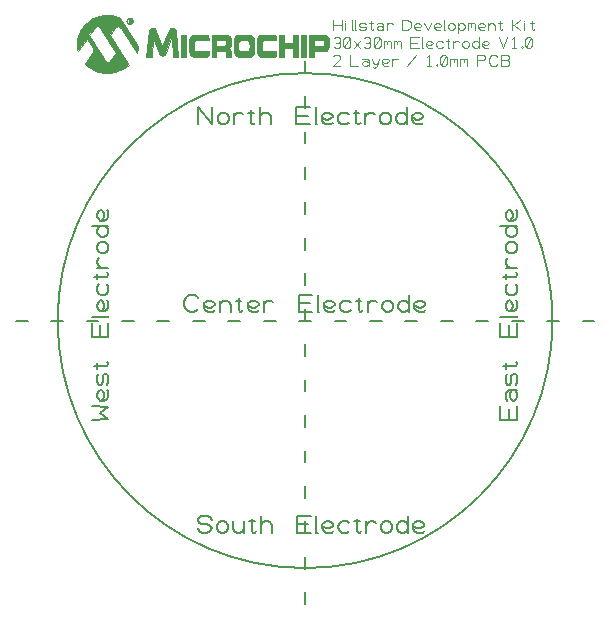
<source format=gbr>
G04 GENERATED BY PULSONIX 7.0 GERBER.DLL 4573*
%INHILLSTAR_30X30_EL_V1_0*%
%LNGERBER_SILKSCREEN_TOP*%
%FSLAX33Y33*%
%IPPOS*%
%LPD*%
%OFA0B0*%
%MOMM*%
%ADD15C,0.125*%
%ADD17C,0.200*%
%ADD1845C,0.010*%
X0Y0D02*
D02*
D15*
X132191Y150558D02*
X132191Y151440D01*
Y150999D02*
X132926Y150999D01*
Y150558D02*
X132926Y151440D01*
X133203Y150558D02*
X133203Y151146D01*
Y151366D02*
X133204Y151367D01*
X133814Y150558D02*
X133741Y150558D01*
Y151440*
X134127Y150558D02*
X134053Y150558D01*
Y151440*
X134366Y150631D02*
X134513Y150558D01*
X134807*
X134954Y150631*
Y150778*
X134807Y150852*
X134513*
X134366Y150925*
Y151072*
X134513Y151146*
X134807*
X134954Y151072*
X135216Y151146D02*
X135510Y151146D01*
X135363Y151293D02*
X135363Y150631D01*
X135436Y150558*
X135510*
X135583Y150631*
X135841Y151072D02*
X135988Y151146D01*
X136208*
X136355Y151072*
X136429Y150925*
Y150705*
X136355Y150631*
X136208Y150558*
X136061*
X135914Y150631*
X135841Y150705*
Y150778*
X135914Y150852*
X136061Y150925*
X136208*
X136355Y150852*
X136429Y150778*
Y150705D02*
X136429Y150558D01*
X136691D02*
X136691Y151146D01*
Y150925D02*
X136764Y151072D01*
X136911Y151146*
X137058*
X137205Y151072*
X138003Y150558D02*
X138003Y151440D01*
X138444*
X138591Y151366*
X138665Y151293*
X138738Y151146*
Y150852*
X138665Y150705*
X138591Y150631*
X138444Y150558*
X138003*
X139604Y150631D02*
X139530Y150558D01*
X139383*
X139236*
X139089Y150631*
X139016Y150778*
Y150999*
X139089Y151072*
X139236Y151146*
X139383*
X139530Y151072*
X139604Y150999*
Y150925*
X139530Y150852*
X139383Y150778*
X139236*
X139089Y150852*
X139016Y150925*
X139866Y151146D02*
X140160Y150558D01*
X140454Y151146*
X141304Y150631D02*
X141230Y150558D01*
X141083*
X140936*
X140789Y150631*
X140716Y150778*
Y150999*
X140789Y151072*
X140936Y151146*
X141083*
X141230Y151072*
X141304Y150999*
Y150925*
X141230Y150852*
X141083Y150778*
X140936*
X140789Y150852*
X140716Y150925*
X141639Y150558D02*
X141566Y150558D01*
Y151440*
X141878Y150778D02*
X141952Y150631D01*
X142099Y150558*
X142246*
X142393Y150631*
X142466Y150778*
Y150925*
X142393Y151072*
X142246Y151146*
X142099*
X141952Y151072*
X141878Y150925*
Y150778*
X142728Y151146D02*
X142728Y150337D01*
Y150778D02*
X142802Y150631D01*
X142949Y150558*
X143096*
X143243Y150631*
X143316Y150778*
Y150925*
X143243Y151072*
X143096Y151146*
X142949*
X142802Y151072*
X142728Y150925*
Y150778*
X143578Y150558D02*
X143578Y151146D01*
Y151072D02*
X143652Y151146D01*
X143799*
X143872Y151072*
Y150852*
Y151072D02*
X143946Y151146D01*
X144093*
X144166Y151072*
Y150558*
X145016Y150631D02*
X144943Y150558D01*
X144796*
X144649*
X144502Y150631*
X144428Y150778*
Y150999*
X144502Y151072*
X144649Y151146*
X144796*
X144943Y151072*
X145016Y150999*
Y150925*
X144943Y150852*
X144796Y150778*
X144649*
X144502Y150852*
X144428Y150925*
X145278Y150558D02*
X145278Y151146D01*
Y150925D02*
X145352Y151072D01*
X145499Y151146*
X145646*
X145793Y151072*
X145866Y150925*
Y150558*
X146128Y151146D02*
X146422Y151146D01*
X146275Y151293D02*
X146275Y150631D01*
X146349Y150558*
X146422*
X146496Y150631*
X147291Y150558D02*
X147291Y151440D01*
Y150999D02*
X147511Y150999D01*
X148026Y151440*
X147511Y150999D02*
X148026Y150558D01*
X148303D02*
X148303Y151146D01*
Y151366D02*
X148304Y151367D01*
X148841Y151146D02*
X149135Y151146D01*
X148988Y151293D02*
X148988Y150631D01*
X149061Y150558*
X149135*
X149208Y150631*
X132264Y149131D02*
X132411Y149058D01*
X132558*
X132705Y149131*
X132779Y149278*
X132705Y149425*
X132558Y149499*
X132411*
X132558D02*
X132705Y149572D01*
X132779Y149719*
X132705Y149866*
X132558Y149940*
X132411*
X132264Y149866*
X133114Y149131D02*
X133261Y149058D01*
X133408*
X133555Y149131*
X133629Y149278*
Y149719*
X133555Y149866*
X133408Y149940*
X133261*
X133114Y149866*
X133041Y149719*
Y149278*
X133114Y149131*
X133555Y149866*
X133891Y149058D02*
X134479Y149646D01*
Y149058D02*
X133891Y149646D01*
X134814Y149131D02*
X134961Y149058D01*
X135108*
X135255Y149131*
X135329Y149278*
X135255Y149425*
X135108Y149499*
X134961*
X135108D02*
X135255Y149572D01*
X135329Y149719*
X135255Y149866*
X135108Y149940*
X134961*
X134814Y149866*
X135664Y149131D02*
X135811Y149058D01*
X135958*
X136105Y149131*
X136179Y149278*
Y149719*
X136105Y149866*
X135958Y149940*
X135811*
X135664Y149866*
X135591Y149719*
Y149278*
X135664Y149131*
X136105Y149866*
X136441Y149058D02*
X136441Y149646D01*
Y149572D02*
X136514Y149646D01*
X136661*
X136735Y149572*
Y149352*
Y149572D02*
X136808Y149646D01*
X136955*
X137029Y149572*
Y149058*
X137291D02*
X137291Y149646D01*
Y149572D02*
X137364Y149646D01*
X137511*
X137585Y149572*
Y149352*
Y149572D02*
X137658Y149646D01*
X137805*
X137879Y149572*
Y149058*
X138678D02*
X138678Y149940D01*
X139413*
X139266Y149499D02*
X138678Y149499D01*
Y149058D02*
X139413Y149058D01*
X139764D02*
X139691Y149058D01*
Y149940*
X140591Y149131D02*
X140518Y149058D01*
X140371*
X140224*
X140077Y149131*
X140003Y149278*
Y149499*
X140077Y149572*
X140224Y149646*
X140371*
X140518Y149572*
X140591Y149499*
Y149425*
X140518Y149352*
X140371Y149278*
X140224*
X140077Y149352*
X140003Y149425*
X141441Y149572D02*
X141294Y149646D01*
X141074*
X140927Y149572*
X140853Y149425*
Y149278*
X140927Y149131*
X141074Y149058*
X141294*
X141441Y149131*
X141703Y149646D02*
X141997Y149646D01*
X141850Y149793D02*
X141850Y149131D01*
X141924Y149058*
X141997*
X142071Y149131*
X142328Y149058D02*
X142328Y149646D01*
Y149425D02*
X142402Y149572D01*
X142549Y149646*
X142696*
X142843Y149572*
X143103Y149278D02*
X143177Y149131D01*
X143324Y149058*
X143471*
X143618Y149131*
X143691Y149278*
Y149425*
X143618Y149572*
X143471Y149646*
X143324*
X143177Y149572*
X143103Y149425*
Y149278*
X144541Y149425D02*
X144468Y149572D01*
X144321Y149646*
X144174*
X144027Y149572*
X143953Y149425*
Y149278*
X144027Y149131*
X144174Y149058*
X144321*
X144468Y149131*
X144541Y149278*
Y149058D02*
X144541Y149940D01*
X145391Y149131D02*
X145318Y149058D01*
X145171*
X145024*
X144877Y149131*
X144803Y149278*
Y149499*
X144877Y149572*
X145024Y149646*
X145171*
X145318Y149572*
X145391Y149499*
Y149425*
X145318Y149352*
X145171Y149278*
X145024*
X144877Y149352*
X144803Y149425*
X146191Y149940D02*
X146558Y149058D01*
X146926Y149940*
X147350Y149058D02*
X147644Y149058D01*
X147497D02*
X147497Y149940D01*
X147350Y149793*
X148127Y149058D02*
X148200Y149131D01*
X148127Y149205*
X148053Y149131*
X148127Y149058*
X148514Y149131D02*
X148661Y149058D01*
X148808*
X148955Y149131*
X149029Y149278*
Y149719*
X148955Y149866*
X148808Y149940*
X148661*
X148514Y149866*
X148441Y149719*
Y149278*
X148514Y149131*
X148955Y149866*
X132779Y147558D02*
X132191Y147558D01*
X132705Y148072*
X132779Y148219*
X132705Y148366*
X132558Y148440*
X132338*
X132191Y148366*
X133578Y148440D02*
X133578Y147558D01*
X134313*
X134591Y148072D02*
X134738Y148146D01*
X134958*
X135105Y148072*
X135179Y147925*
Y147705*
X135105Y147631*
X134958Y147558*
X134811*
X134664Y147631*
X134591Y147705*
Y147778*
X134664Y147852*
X134811Y147925*
X134958*
X135105Y147852*
X135179Y147778*
Y147705D02*
X135179Y147558D01*
X135441Y148146D02*
X135514Y147852D01*
X135661Y147705*
X135808*
X135955Y147852*
X136029Y148146*
X135955Y147852D02*
X135882Y147558D01*
X135808Y147411*
X135661Y147337*
X135514Y147411*
X136879Y147631D02*
X136805Y147558D01*
X136658*
X136511*
X136364Y147631*
X136291Y147778*
Y147999*
X136364Y148072*
X136511Y148146*
X136658*
X136805Y148072*
X136879Y147999*
Y147925*
X136805Y147852*
X136658Y147778*
X136511*
X136364Y147852*
X136291Y147925*
X137141Y147558D02*
X137141Y148146D01*
Y147925D02*
X137214Y148072D01*
X137361Y148146*
X137508*
X137655Y148072*
X138453Y147558D02*
X139188Y148440D01*
X140150Y147558D02*
X140444Y147558D01*
X140297D02*
X140297Y148440D01*
X140150Y148293*
X140927Y147558D02*
X141000Y147631D01*
X140927Y147705*
X140853Y147631*
X140927Y147558*
X141314Y147631D02*
X141461Y147558D01*
X141608*
X141755Y147631*
X141829Y147778*
Y148219*
X141755Y148366*
X141608Y148440*
X141461*
X141314Y148366*
X141241Y148219*
Y147778*
X141314Y147631*
X141755Y148366*
X142091Y147558D02*
X142091Y148146D01*
Y148072D02*
X142164Y148146D01*
X142311*
X142385Y148072*
Y147852*
Y148072D02*
X142458Y148146D01*
X142605*
X142679Y148072*
Y147558*
X142941D02*
X142941Y148146D01*
Y148072D02*
X143014Y148146D01*
X143161*
X143235Y148072*
Y147852*
Y148072D02*
X143308Y148146D01*
X143455*
X143529Y148072*
Y147558*
X144328D02*
X144328Y148440D01*
X144843*
X144990Y148366*
X145063Y148219*
X144990Y148072*
X144843Y147999*
X144328*
X146076Y147705D02*
X146002Y147631D01*
X145855Y147558*
X145635*
X145488Y147631*
X145414Y147705*
X145341Y147852*
Y148146*
X145414Y148293*
X145488Y148366*
X145635Y148440*
X145855*
X146002Y148366*
X146076Y148293*
X146868Y147999D02*
X147015Y147925D01*
X147088Y147778*
X147015Y147631*
X146868Y147558*
X146353*
Y148440*
X146868*
X147015Y148366*
X147088Y148219*
X147015Y148072*
X146868Y147999*
X146353*
D02*
D17*
X105291Y125962D02*
X106291D01*
X108291D02*
X109291D01*
X111291D02*
X112291D01*
X114291D02*
X115291D01*
X117291D02*
X118291D01*
X120291D02*
X121291D01*
X123291D02*
X124291D01*
X126291D02*
X127291D01*
X129291D02*
X130291D01*
X132291D02*
X133291D01*
X135291D02*
X136291D01*
X138291D02*
X139291D01*
X141291D02*
X142291D01*
X144291D02*
X145291D01*
X147291D02*
X148291D01*
X150291D02*
X151291D01*
X153291D02*
X154291D01*
X111726Y117552D02*
X113138Y117670D01*
X112432Y118140*
X113138Y118611*
X111726Y118728*
X113020Y120113D02*
X113138Y119996D01*
Y119760*
Y119525*
X113020Y119290*
X112785Y119172*
X112432*
X112314Y119290*
X112197Y119525*
Y119760*
X112314Y119996*
X112432Y120113*
X112549*
X112667Y119996*
X112785Y119760*
Y119525*
X112667Y119290*
X112549Y119172*
X113020Y120532D02*
X113138Y120767D01*
Y121238*
X113020Y121473*
X112785*
X112667Y121238*
Y120767*
X112549Y120532*
X112314*
X112197Y120767*
Y121238*
X112314Y121473*
X112197Y121892D02*
X112197Y122363D01*
X111961Y122127D02*
X113020Y122127D01*
X113138Y122245*
Y122363*
X113020Y122480*
X113138Y124612D02*
X111726Y124612D01*
Y125788*
X112432Y125553D02*
X112432Y124612D01*
X113138D02*
X113138Y125788D01*
Y126350D02*
X113138Y126232D01*
X111726*
X113020Y127673D02*
X113138Y127556D01*
Y127320*
Y127085*
X113020Y126850*
X112785Y126732*
X112432*
X112314Y126850*
X112197Y127085*
Y127320*
X112314Y127556*
X112432Y127673*
X112549*
X112667Y127556*
X112785Y127320*
Y127085*
X112667Y126850*
X112549Y126732*
X112314Y129033D02*
X112197Y128798D01*
Y128445*
X112314Y128210*
X112549Y128092*
X112785*
X113020Y128210*
X113138Y128445*
Y128798*
X113020Y129033*
X112197Y129452D02*
X112197Y129923D01*
X111961Y129687D02*
X113020Y129687D01*
X113138Y129805*
Y129923*
X113020Y130040*
X113138Y130452D02*
X112197Y130452D01*
X112549D02*
X112314Y130570D01*
X112197Y130805*
Y131040*
X112314Y131276*
X112785Y131692D02*
X113020Y131810D01*
X113138Y132045*
Y132280*
X113020Y132516*
X112785Y132633*
X112549*
X112314Y132516*
X112197Y132280*
Y132045*
X112314Y131810*
X112549Y131692*
X112785*
X112549Y133993D02*
X112314Y133876D01*
X112197Y133640*
Y133405*
X112314Y133170*
X112549Y133052*
X112785*
X113020Y133170*
X113138Y133405*
Y133640*
X113020Y133876*
X112785Y133993*
X113138D02*
X111726Y133993D01*
X113020Y135353D02*
X113138Y135236D01*
Y135000*
Y134765*
X113020Y134530*
X112785Y134412*
X112432*
X112314Y134530*
X112197Y134765*
Y135000*
X112314Y135236*
X112432Y135353*
X112549*
X112667Y135236*
X112785Y135000*
Y134765*
X112667Y134530*
X112549Y134412*
X129791Y101962D02*
Y102962D01*
Y104962D02*
Y105962D01*
Y107962D02*
Y108962D01*
Y110962D02*
Y111962D01*
Y113962D02*
Y114962D01*
Y116962D02*
Y117962D01*
Y119962D02*
Y120962D01*
Y122962D02*
Y123962D01*
Y125962D02*
Y126962D01*
Y128962D02*
Y129962D01*
Y131962D02*
Y132962D01*
Y134962D02*
Y135962D01*
Y137962D02*
Y138962D01*
Y140962D02*
Y141962D01*
Y143962D02*
Y144962D01*
Y146962D02*
Y147962D01*
Y146912D02*
G75*
G03Y105012J-20950D01*
G01*
G75*
G03Y146912J20950*
G01*
X120757Y126950D02*
X120639Y126833D01*
X120404Y126715*
X120051*
X119816Y126833*
X119698Y126950*
X119581Y127186*
Y127656*
X119698Y127891*
X119816Y128009*
X120051Y128127*
X120404*
X120639Y128009*
X120757Y127891*
X122142Y126833D02*
X122024Y126715D01*
X121789*
X121554*
X121318Y126833*
X121201Y127068*
Y127421*
X121318Y127538*
X121554Y127656*
X121789*
X122024Y127538*
X122142Y127421*
Y127303*
X122024Y127186*
X121789Y127068*
X121554*
X121318Y127186*
X121201Y127303*
X122561Y126715D02*
X122561Y127656D01*
Y127303D02*
X122678Y127538D01*
X122914Y127656*
X123149*
X123384Y127538*
X123502Y127303*
Y126715*
X123921Y127656D02*
X124391Y127656D01*
X124156Y127891D02*
X124156Y126833D01*
X124274Y126715*
X124391*
X124509Y126833*
X125862D02*
X125744Y126715D01*
X125509*
X125274*
X125038Y126833*
X124921Y127068*
Y127421*
X125038Y127538*
X125274Y127656*
X125509*
X125744Y127538*
X125862Y127421*
Y127303*
X125744Y127186*
X125509Y127068*
X125274*
X125038Y127186*
X124921Y127303*
X126281Y126715D02*
X126281Y127656D01*
Y127303D02*
X126398Y127538D01*
X126634Y127656*
X126869*
X127104Y127538*
X129241Y126715D02*
X129241Y128127D01*
X130417*
X130182Y127421D02*
X129241Y127421D01*
Y126715D02*
X130417Y126715D01*
X130978D02*
X130861Y126715D01*
Y128127*
X132302Y126833D02*
X132184Y126715D01*
X131949*
X131714*
X131478Y126833*
X131361Y127068*
Y127421*
X131478Y127538*
X131714Y127656*
X131949*
X132184Y127538*
X132302Y127421*
Y127303*
X132184Y127186*
X131949Y127068*
X131714*
X131478Y127186*
X131361Y127303*
X133662Y127538D02*
X133427Y127656D01*
X133074*
X132838Y127538*
X132721Y127303*
Y127068*
X132838Y126833*
X133074Y126715*
X133427*
X133662Y126833*
X134081Y127656D02*
X134551Y127656D01*
X134316Y127891D02*
X134316Y126833D01*
X134434Y126715*
X134551*
X134669Y126833*
X135081Y126715D02*
X135081Y127656D01*
Y127303D02*
X135198Y127538D01*
X135434Y127656*
X135669*
X135904Y127538*
X136321Y127068D02*
X136438Y126833D01*
X136674Y126715*
X136909*
X137144Y126833*
X137262Y127068*
Y127303*
X137144Y127538*
X136909Y127656*
X136674*
X136438Y127538*
X136321Y127303*
Y127068*
X138622Y127303D02*
X138504Y127538D01*
X138269Y127656*
X138034*
X137798Y127538*
X137681Y127303*
Y127068*
X137798Y126833*
X138034Y126715*
X138269*
X138504Y126833*
X138622Y127068*
Y126715D02*
X138622Y128127D01*
X139982Y126833D02*
X139864Y126715D01*
X139629*
X139394*
X139158Y126833*
X139041Y127068*
Y127421*
X139158Y127538*
X139394Y127656*
X139629*
X139864Y127538*
X139982Y127421*
Y127303*
X139864Y127186*
X139629Y127068*
X139394*
X139158Y127186*
X139041Y127303*
X120701Y108368D02*
X120818Y108133D01*
X121054Y108015*
X121524*
X121759Y108133*
X121877Y108368*
X121759Y108603*
X121524Y108721*
X121054*
X120818Y108838*
X120701Y109074*
X120818Y109309*
X121054Y109427*
X121524*
X121759Y109309*
X121877Y109074*
X122321Y108368D02*
X122438Y108133D01*
X122674Y108015*
X122909*
X123144Y108133*
X123262Y108368*
Y108603*
X123144Y108838*
X122909Y108956*
X122674*
X122438Y108838*
X122321Y108603*
Y108368*
X123681Y108956D02*
X123681Y108368D01*
X123798Y108133*
X124034Y108015*
X124269*
X124504Y108133*
X124622Y108368*
Y108956D02*
X124622Y108015D01*
X125041Y108956D02*
X125511Y108956D01*
X125276Y109191D02*
X125276Y108133D01*
X125394Y108015*
X125511*
X125629Y108133*
X126041Y108015D02*
X126041Y109427D01*
Y108603D02*
X126158Y108838D01*
X126394Y108956*
X126629*
X126864Y108838*
X126982Y108603*
Y108015*
X129121D02*
X129121Y109427D01*
X130297*
X130062Y108721D02*
X129121Y108721D01*
Y108015D02*
X130297Y108015D01*
X130858D02*
X130741Y108015D01*
Y109427*
X132182Y108133D02*
X132064Y108015D01*
X131829*
X131594*
X131358Y108133*
X131241Y108368*
Y108721*
X131358Y108838*
X131594Y108956*
X131829*
X132064Y108838*
X132182Y108721*
Y108603*
X132064Y108486*
X131829Y108368*
X131594*
X131358Y108486*
X131241Y108603*
X133542Y108838D02*
X133307Y108956D01*
X132954*
X132718Y108838*
X132601Y108603*
Y108368*
X132718Y108133*
X132954Y108015*
X133307*
X133542Y108133*
X133961Y108956D02*
X134431Y108956D01*
X134196Y109191D02*
X134196Y108133D01*
X134314Y108015*
X134431*
X134549Y108133*
X134961Y108015D02*
X134961Y108956D01*
Y108603D02*
X135078Y108838D01*
X135314Y108956*
X135549*
X135784Y108838*
X136201Y108368D02*
X136318Y108133D01*
X136554Y108015*
X136789*
X137024Y108133*
X137142Y108368*
Y108603*
X137024Y108838*
X136789Y108956*
X136554*
X136318Y108838*
X136201Y108603*
Y108368*
X138502Y108603D02*
X138384Y108838D01*
X138149Y108956*
X137914*
X137678Y108838*
X137561Y108603*
Y108368*
X137678Y108133*
X137914Y108015*
X138149*
X138384Y108133*
X138502Y108368*
Y108015D02*
X138502Y109427D01*
X139862Y108133D02*
X139744Y108015D01*
X139509*
X139274*
X139038Y108133*
X138921Y108368*
Y108721*
X139038Y108838*
X139274Y108956*
X139509*
X139744Y108838*
X139862Y108721*
Y108603*
X139744Y108486*
X139509Y108368*
X139274*
X139038Y108486*
X138921Y108603*
X120761Y142615D02*
X120761Y144027D01*
X121937Y142615*
Y144027*
X122381Y142968D02*
X122498Y142733D01*
X122734Y142615*
X122969*
X123204Y142733*
X123322Y142968*
Y143203*
X123204Y143438*
X122969Y143556*
X122734*
X122498Y143438*
X122381Y143203*
Y142968*
X123741Y142615D02*
X123741Y143556D01*
Y143203D02*
X123858Y143438D01*
X124094Y143556*
X124329*
X124564Y143438*
X124981Y143556D02*
X125451Y143556D01*
X125216Y143791D02*
X125216Y142733D01*
X125334Y142615*
X125451*
X125569Y142733*
X125981Y142615D02*
X125981Y144027D01*
Y143203D02*
X126098Y143438D01*
X126334Y143556*
X126569*
X126804Y143438*
X126922Y143203*
Y142615*
X129061D02*
X129061Y144027D01*
X130237*
X130002Y143321D02*
X129061Y143321D01*
Y142615D02*
X130237Y142615D01*
X130798D02*
X130681Y142615D01*
Y144027*
X132122Y142733D02*
X132004Y142615D01*
X131769*
X131534*
X131298Y142733*
X131181Y142968*
Y143321*
X131298Y143438*
X131534Y143556*
X131769*
X132004Y143438*
X132122Y143321*
Y143203*
X132004Y143086*
X131769Y142968*
X131534*
X131298Y143086*
X131181Y143203*
X133482Y143438D02*
X133247Y143556D01*
X132894*
X132658Y143438*
X132541Y143203*
Y142968*
X132658Y142733*
X132894Y142615*
X133247*
X133482Y142733*
X133901Y143556D02*
X134371Y143556D01*
X134136Y143791D02*
X134136Y142733D01*
X134254Y142615*
X134371*
X134489Y142733*
X134901Y142615D02*
X134901Y143556D01*
Y143203D02*
X135018Y143438D01*
X135254Y143556*
X135489*
X135724Y143438*
X136141Y142968D02*
X136258Y142733D01*
X136494Y142615*
X136729*
X136964Y142733*
X137082Y142968*
Y143203*
X136964Y143438*
X136729Y143556*
X136494*
X136258Y143438*
X136141Y143203*
Y142968*
X138442Y143203D02*
X138324Y143438D01*
X138089Y143556*
X137854*
X137618Y143438*
X137501Y143203*
Y142968*
X137618Y142733*
X137854Y142615*
X138089*
X138324Y142733*
X138442Y142968*
Y142615D02*
X138442Y144027D01*
X139802Y142733D02*
X139684Y142615D01*
X139449*
X139214*
X138978Y142733*
X138861Y142968*
Y143321*
X138978Y143438*
X139214Y143556*
X139449*
X139684Y143438*
X139802Y143321*
Y143203*
X139684Y143086*
X139449Y142968*
X139214*
X138978Y143086*
X138861Y143203*
X147738Y117552D02*
X146326Y117552D01*
Y118728*
X147032Y118493D02*
X147032Y117552D01*
X147738D02*
X147738Y118728D01*
X146914Y119172D02*
X146797Y119407D01*
Y119760*
X146914Y119996*
X147149Y120113*
X147502*
X147620Y119996*
X147738Y119760*
Y119525*
X147620Y119290*
X147502Y119172*
X147385*
X147267Y119290*
X147149Y119525*
Y119760*
X147267Y119996*
X147385Y120113*
X147502D02*
X147738Y120113D01*
X147620Y120532D02*
X147738Y120767D01*
Y121238*
X147620Y121473*
X147385*
X147267Y121238*
Y120767*
X147149Y120532*
X146914*
X146797Y120767*
Y121238*
X146914Y121473*
X146797Y121892D02*
X146797Y122363D01*
X146561Y122127D02*
X147620Y122127D01*
X147738Y122245*
Y122363*
X147620Y122480*
X147738Y124612D02*
X146326Y124612D01*
Y125788*
X147032Y125553D02*
X147032Y124612D01*
X147738D02*
X147738Y125788D01*
Y126350D02*
X147738Y126232D01*
X146326*
X147620Y127673D02*
X147738Y127556D01*
Y127320*
Y127085*
X147620Y126850*
X147385Y126732*
X147032*
X146914Y126850*
X146797Y127085*
Y127320*
X146914Y127556*
X147032Y127673*
X147149*
X147267Y127556*
X147385Y127320*
Y127085*
X147267Y126850*
X147149Y126732*
X146914Y129033D02*
X146797Y128798D01*
Y128445*
X146914Y128210*
X147149Y128092*
X147385*
X147620Y128210*
X147738Y128445*
Y128798*
X147620Y129033*
X146797Y129452D02*
X146797Y129923D01*
X146561Y129687D02*
X147620Y129687D01*
X147738Y129805*
Y129923*
X147620Y130040*
X147738Y130452D02*
X146797Y130452D01*
X147149D02*
X146914Y130570D01*
X146797Y130805*
Y131040*
X146914Y131276*
X147385Y131692D02*
X147620Y131810D01*
X147738Y132045*
Y132280*
X147620Y132516*
X147385Y132633*
X147149*
X146914Y132516*
X146797Y132280*
Y132045*
X146914Y131810*
X147149Y131692*
X147385*
X147149Y133993D02*
X146914Y133876D01*
X146797Y133640*
Y133405*
X146914Y133170*
X147149Y133052*
X147385*
X147620Y133170*
X147738Y133405*
Y133640*
X147620Y133876*
X147385Y133993*
X147738D02*
X146326Y133993D01*
X147620Y135353D02*
X147738Y135236D01*
Y135000*
Y134765*
X147620Y134530*
X147385Y134412*
X147032*
X146914Y134530*
X146797Y134765*
Y135000*
X146914Y135236*
X147032Y135353*
X147149*
X147267Y135236*
X147385Y135000*
Y134765*
X147267Y134530*
X147149Y134412*
D02*
D1845*
X114980Y151580D02*
G75*
G03Y151014J-283D01*
G01*
G75*
G03Y151580J283*
G01*
X114979Y151533D02*
G75*
G03Y151061J-236D01*
G01*
G75*
G03Y151533J236*
G01*
X114697Y151297D02*
G36*
G75*
G03X114980Y151014I283D01*
G01*
G75*
G03X115263Y151297J283*
G01*
X115215*
G75*
G02X114979Y151061I-236*
G01*
G75*
G02X114743Y151297J236*
G01*
X114697*
G37*
X114743D02*
G36*
G75*
G02X114979Y151533I236D01*
G01*
G75*
G02X115215Y151297J-236*
G01*
X115263*
G75*
G03X114980Y151580I-283*
G01*
G75*
G03X114697Y151297J-283*
G01*
X114743*
G37*
X115111Y151142D02*
X115021Y151282D01*
X115061Y151292*
X115086Y151307*
X115101Y151337*
X115106Y151372*
X115101Y151407*
X115081Y151437*
X115046Y151452*
X114996Y151457*
X114871*
Y151142*
X114916*
Y151277*
X114976*
X115056Y151142*
X115111*
X115051Y151372D02*
X115046Y151352D01*
X115031Y151337*
X115011Y151322*
X114976Y151317*
X114916*
Y151422*
X114986*
X115016Y151417*
X115036Y151407*
X115051Y151392*
Y151372*
X114871Y151370D02*
G36*
Y151142D01*
X114916*
Y151277*
X114976*
X115056Y151142*
X115111*
X115021Y151282*
X115061Y151292*
X115086Y151307*
X115101Y151337*
X115106Y151370*
X115051*
X115046Y151352*
X115031Y151337*
X115011Y151322*
X114976Y151317*
X114916*
Y151370*
X114871*
G37*
X114916D02*
G36*
Y151422D01*
X114986*
X115016Y151417*
X115036Y151407*
X115051Y151392*
Y151372*
X115051Y151370*
X115106*
X115106Y151372*
X115101Y151407*
X115081Y151437*
X115046Y151452*
X114996Y151457*
X114871*
Y151370*
X114916*
G37*
X115661Y149187D02*
X115651Y149097D01*
X115641Y149017*
X115626Y148952*
X115616Y148902*
X115601Y148852*
X115581Y148787*
X115556Y148707*
X115526Y148612*
X114191Y150712*
X114161Y150752*
X114131Y150787*
X114101Y150817*
X114071Y150842*
X114011Y150872*
X113976Y150877*
X113946Y150882*
X113886Y150867*
X113831Y150837*
X113776Y150792*
X113721Y150722*
X113281Y150102*
X114846Y147622*
X114646Y147462*
X114541Y147387*
X114331Y147257*
X114221Y147202*
X114111Y147152*
X113881Y147062*
X113761Y147027*
X113641Y146997*
X113521Y146977*
X113396Y146957*
X113271Y146942*
X113011Y146932*
X112876Y146937*
X112746Y146942*
X112616Y146962*
X112491Y146982*
X112366Y147007*
X112246Y147042*
X112126Y147082*
X112006Y147132*
X111891Y147182*
X111781Y147242*
X111671Y147307*
X111561Y147377*
X111456Y147457*
X111351Y147542*
X111251Y147632*
X111151Y147727*
X111831Y148662*
X111851Y148702*
X111866Y148742*
X111876Y148832*
X111866Y148862*
X111851Y148902*
X111826Y148947*
X111796Y149002*
X111296Y149787*
X110561Y148752*
X110521Y148912*
X110491Y149077*
X110476Y149252*
X110471Y149427*
X110481Y149667*
X110496Y149782*
X110516Y149897*
X110541Y150007*
X110571Y150117*
X110611Y150227*
X110651Y150332*
X110701Y150432*
X110751Y150537*
X110811Y150632*
X110876Y150732*
X110946Y150827*
X111021Y150917*
X111191Y151097*
X111291Y151187*
X111391Y151272*
X111491Y151347*
X111596Y151422*
X111706Y151487*
X111821Y151547*
X111931Y151602*
X112051Y151652*
X112171Y151697*
X112296Y151732*
X112421Y151762*
X112551Y151792*
X112681Y151812*
X112816Y151827*
X113096Y151837*
X113216Y151832*
X113341Y151822*
X113466Y151802*
X113596Y151777*
X113726Y151742*
X113861Y151702*
X113996Y151652*
X114131Y151597*
X115661Y149187*
X113757Y148636D02*
X112437Y150721D01*
X112412Y150761*
X112382Y150796*
X112357Y150826*
X112297Y150866*
X112262Y150881*
X112232Y150886*
X112197Y150891*
X112142Y150881*
X112082Y150851*
X112027Y150801*
X111967Y150731*
X111527Y150111*
X112857Y148026*
X112887Y147981*
X112917Y147941*
X112942Y147906*
X112967Y147881*
X112992Y147861*
X113017Y147846*
X113042Y147836*
X113062Y147831*
X113132Y147841*
X113192Y147866*
X113247Y147911*
X113297Y147971*
X113757Y148636*
X111568Y149361D02*
G36*
X111796Y149002D01*
X111826Y148947*
X111851Y148902*
X111866Y148862*
X111876Y148832*
X111866Y148742*
X111851Y148702*
X111831Y148662*
X111151Y147727*
X111251Y147632*
X111351Y147542*
X111456Y147457*
X111561Y147377*
X111671Y147307*
X111781Y147242*
X111891Y147182*
X112006Y147132*
X112126Y147082*
X112246Y147042*
X112366Y147007*
X112491Y146982*
X112616Y146962*
X112746Y146942*
X112876Y146937*
X113011Y146932*
X113271Y146942*
X113396Y146957*
X113521Y146977*
X113641Y146997*
X113761Y147027*
X113881Y147062*
X114111Y147152*
X114221Y147202*
X114331Y147257*
X114541Y147387*
X114646Y147462*
X114846Y147622*
X113749Y149361*
X113298*
X113757Y148636*
X113297Y147971*
X113247Y147911*
X113192Y147866*
X113132Y147841*
X113062Y147831*
X113042Y147836*
X113017Y147846*
X112992Y147861*
X112967Y147881*
X112942Y147906*
X112917Y147941*
X112887Y147981*
X112857Y148026*
X112006Y149361*
X111568*
G37*
X112006D02*
G36*
X111527Y150111D01*
X111967Y150731*
X112027Y150801*
X112082Y150851*
X112142Y150881*
X112197Y150891*
X112232Y150886*
X112262Y150881*
X112297Y150866*
X112357Y150826*
X112382Y150796*
X112412Y150761*
X112437Y150721*
X113298Y149361*
X113749*
X113281Y150102*
X113721Y150722*
X113776Y150792*
X113831Y150837*
X113886Y150867*
X113946Y150882*
X113976Y150877*
X114011Y150872*
X114071Y150842*
X114101Y150817*
X114131Y150787*
X114161Y150752*
X114191Y150712*
X115526Y148612*
X115556Y148707*
X115581Y148787*
X115601Y148852*
X115616Y148902*
X115626Y148952*
X115641Y149017*
X115651Y149097*
X115661Y149187*
X114131Y151597*
X113996Y151652*
X113861Y151702*
X113726Y151742*
X113596Y151777*
X113466Y151802*
X113341Y151822*
X113216Y151832*
X113096Y151837*
X112816Y151827*
X112681Y151812*
X112551Y151792*
X112421Y151762*
X112296Y151732*
X112171Y151697*
X112051Y151652*
X111931Y151602*
X111821Y151547*
X111706Y151487*
X111596Y151422*
X111491Y151347*
X111391Y151272*
X111291Y151187*
X111191Y151097*
X111021Y150917*
X110946Y150827*
X110876Y150732*
X110811Y150632*
X110751Y150537*
X110701Y150432*
X110651Y150332*
X110611Y150227*
X110571Y150117*
X110541Y150007*
X110516Y149897*
X110496Y149782*
X110481Y149667*
X110471Y149427*
X110476Y149252*
X110491Y149077*
X110521Y148912*
X110561Y148752*
X111296Y149787*
X111568Y149361*
X112006*
G37*
X119066Y148297D02*
X118611D01*
X118481Y149867*
X118476*
X117996Y148612*
X117971Y148562*
X117946Y148522*
X117916Y148482*
X117881Y148452*
X117846Y148427*
X117806Y148412*
X117761Y148402*
X117711Y148397*
X117661Y148402*
X117616Y148412*
X117576Y148427*
X117541Y148452*
X117506Y148482*
X117476Y148522*
X117451Y148562*
X117426Y148612*
X116956Y149847*
X116951*
X116816Y148297*
X116351*
X116586Y150502*
X116596Y150552*
X116616Y150597*
X116641Y150642*
X116671Y150682*
X116711Y150722*
X116751Y150747*
X116796Y150762*
X116841Y150767*
X116901Y150762*
X116951Y150752*
X117001Y150732*
X117046Y150707*
X117086Y150672*
X117121Y150627*
X117151Y150582*
X117176Y150522*
X117711Y149182*
X117716*
X118246Y150522*
X118271Y150582*
X118341Y150672*
X118381Y150707*
X118421Y150732*
X118471Y150752*
X118521Y150762*
X118581Y150767*
X118626Y150762*
X118671Y150747*
X118711Y150717*
X118751Y150682*
X118781Y150637*
X118806Y150587*
X118826Y150537*
X118836Y150477*
X119066Y148297*
G36*
X118611*
X118481Y149867*
X118476*
X117996Y148612*
X117971Y148562*
X117946Y148522*
X117916Y148482*
X117881Y148452*
X117846Y148427*
X117806Y148412*
X117761Y148402*
X117711Y148397*
X117661Y148402*
X117616Y148412*
X117576Y148427*
X117541Y148452*
X117506Y148482*
X117476Y148522*
X117451Y148562*
X117426Y148612*
X116956Y149847*
X116951*
X116816Y148297*
X116351*
X116586Y150502*
X116596Y150552*
X116616Y150597*
X116641Y150642*
X116671Y150682*
X116711Y150722*
X116751Y150747*
X116796Y150762*
X116841Y150767*
X116901Y150762*
X116951Y150752*
X117001Y150732*
X117046Y150707*
X117086Y150672*
X117121Y150627*
X117151Y150582*
X117176Y150522*
X117711Y149182*
X117716*
X118246Y150522*
X118271Y150582*
X118341Y150672*
X118381Y150707*
X118421Y150732*
X118471Y150752*
X118521Y150762*
X118581Y150767*
X118626Y150762*
X118671Y150747*
X118711Y150717*
X118751Y150682*
X118781Y150637*
X118806Y150587*
X118826Y150537*
X118836Y150477*
X119066Y148297*
G37*
X119736D02*
X119311D01*
Y150162*
X119736*
Y148297*
G36*
X119311*
Y150162*
X119736*
Y148297*
G37*
X121636Y148757D02*
Y148687D01*
X121631Y148627*
X121626Y148572*
X121621Y148522*
X121616Y148482*
X121606Y148447*
X121596Y148417*
X121581Y148392*
X121561Y148367*
X121531Y148342*
X121501Y148322*
X121461Y148307*
X121416Y148292*
X121366Y148282*
X121306Y148277*
X120536*
X120411Y148282*
X120306Y148302*
X120221Y148337*
X120151Y148382*
X120111Y148427*
X120076Y148477*
X120046Y148537*
X120021Y148602*
X120001Y148677*
X119986Y148762*
X119981Y148852*
X119976Y148952*
Y149507*
X119981Y149597*
X119986Y149682*
X119996Y149762*
X120011Y149832*
X120031Y149892*
X120051Y149947*
X120081Y149997*
X120111Y150037*
X120146Y150072*
X120186Y150102*
X120231Y150127*
X120281Y150147*
X120341Y150162*
X120401Y150172*
X120466Y150182*
X121351*
X121401Y150177*
X121446Y150167*
X121486Y150147*
X121521Y150127*
X121551Y150102*
X121571Y150072*
X121591Y150037*
X121601Y149997*
X121611Y149942*
X121616Y149872*
X121621Y149792*
Y149692*
X120616*
X120541Y149687*
X120486Y149667*
X120441Y149632*
X120411Y149582*
X120396Y149537*
X120386Y149482*
X120381Y149412*
Y149067*
X120386Y149007*
X120391Y148957*
X120396Y148912*
X120406Y148877*
X120421Y148847*
X120436Y148822*
X120451Y148802*
X120481Y148782*
X120516Y148767*
X120556Y148757*
X121636*
G36*
Y148687*
X121631Y148627*
X121626Y148572*
X121621Y148522*
X121616Y148482*
X121606Y148447*
X121596Y148417*
X121581Y148392*
X121561Y148367*
X121531Y148342*
X121501Y148322*
X121461Y148307*
X121416Y148292*
X121366Y148282*
X121306Y148277*
X120536*
X120411Y148282*
X120306Y148302*
X120221Y148337*
X120151Y148382*
X120111Y148427*
X120076Y148477*
X120046Y148537*
X120021Y148602*
X120001Y148677*
X119986Y148762*
X119981Y148852*
X119976Y148952*
Y149507*
X119981Y149597*
X119986Y149682*
X119996Y149762*
X120011Y149832*
X120031Y149892*
X120051Y149947*
X120081Y149997*
X120111Y150037*
X120146Y150072*
X120186Y150102*
X120231Y150127*
X120281Y150147*
X120341Y150162*
X120401Y150172*
X120466Y150182*
X121351*
X121401Y150177*
X121446Y150167*
X121486Y150147*
X121521Y150127*
X121551Y150102*
X121571Y150072*
X121591Y150037*
X121601Y149997*
X121611Y149942*
X121616Y149872*
X121621Y149792*
Y149692*
X120616*
X120541Y149687*
X120486Y149667*
X120441Y149632*
X120411Y149582*
X120396Y149537*
X120386Y149482*
X120381Y149412*
Y149067*
X120386Y149007*
X120391Y148957*
X120396Y148912*
X120406Y148877*
X120421Y148847*
X120436Y148822*
X120451Y148802*
X120481Y148782*
X120516Y148767*
X120556Y148757*
X121636*
G37*
X123121Y149392D02*
Y149502D01*
X123116Y149562*
X123106Y149612*
X123091Y149647*
X123066Y149672*
X123046Y149682*
X123021Y149692*
X122986Y149697*
X122261*
Y149247*
X123011*
X123041Y149257*
X123066Y149272*
X123086Y149287*
X123101Y149312*
X123111Y149347*
X123121Y149392*
X123506Y149492D02*
X123501Y149402D01*
X123496Y149322*
X123481Y149252*
X123466Y149197*
X123436Y149142*
X123396Y149097*
X123346Y149057*
X123281Y149032*
Y149027*
X123336Y149007*
X123376Y148977*
X123416Y148942*
X123446Y148892*
X123471Y148837*
X123486Y148772*
X123496Y148697*
X123501Y148612*
Y148297*
X123106*
Y148582*
X123101Y148627*
X123096Y148667*
X123086Y148697*
X123066Y148732*
X123036Y148762*
X122996Y148777*
X122946Y148782*
X122261*
Y148297*
X121871*
Y150162*
X123121*
X123211Y150157*
X123291Y150132*
X123356Y150092*
X123411Y150037*
X123431Y150002*
X123451Y149962*
X123466Y149917*
X123481Y149867*
X123491Y149812*
X123501Y149682*
X123506Y149612*
Y149492*
X123121Y149392D02*
Y149502D01*
X123116Y149562*
X123106Y149612*
X123091Y149647*
X123066Y149672*
X123046Y149682*
X123021Y149692*
X122986Y149697*
X122261*
Y149247*
X123011*
X123041Y149257*
X123066Y149272*
X123086Y149287*
X123101Y149312*
X123111Y149347*
X123121Y149392*
X121871Y149472D02*
G36*
Y148297D01*
X122261*
Y148782*
X122946*
X122996Y148777*
X123036Y148762*
X123066Y148732*
X123086Y148697*
X123096Y148667*
X123101Y148627*
X123106Y148582*
Y148297*
X123501*
Y148612*
X123496Y148697*
X123486Y148772*
X123471Y148837*
X123446Y148892*
X123416Y148942*
X123376Y148977*
X123336Y149007*
X123281Y149027*
Y149032*
X123346Y149057*
X123396Y149097*
X123436Y149142*
X123466Y149197*
X123481Y149252*
X123496Y149322*
X123501Y149402*
X123505Y149472*
X123121*
Y149392*
X123111Y149347*
X123101Y149312*
X123086Y149287*
X123066Y149272*
X123041Y149257*
X123011Y149247*
X122261*
Y149472*
X121871*
G37*
X122261D02*
G36*
Y149697D01*
X122986*
X123021Y149692*
X123046Y149682*
X123066Y149672*
X123091Y149647*
X123106Y149612*
X123116Y149562*
X123121Y149502*
Y149472*
X123505*
X123506Y149492*
Y149612*
X123501Y149682*
X123491Y149812*
X123481Y149867*
X123466Y149917*
X123451Y149962*
X123431Y150002*
X123411Y150037*
X123356Y150092*
X123291Y150132*
X123211Y150157*
X123121Y150162*
X121871*
Y149472*
X122261*
G37*
X125486Y149592D02*
Y148862D01*
X125476Y148777*
X125466Y148697*
X125451Y148627*
X125426Y148562*
X125401Y148502*
X125371Y148452*
X125341Y148407*
X125266Y148352*
X125171Y148307*
X125061Y148282*
X124926Y148277*
X124221*
X124151Y148287*
X124086Y148302*
X124026Y148322*
X123971Y148347*
X123921Y148377*
X123881Y148417*
X123846Y148457*
X123821Y148497*
X123781Y148597*
X123766Y148657*
X123756Y148722*
X123746Y148792*
X123741Y148872*
Y149617*
X123751Y149717*
X123771Y149807*
X123791Y149887*
X123821Y149957*
X123856Y150017*
X123901Y150067*
X123951Y150107*
X124016Y150137*
X124096Y150162*
X124191Y150177*
X124301Y150182*
X125001*
X125076Y150172*
X125141Y150157*
X125196Y150137*
X125251Y150112*
X125296Y150082*
X125336Y150047*
X125371Y150002*
X125401Y149962*
X125441Y149862*
X125456Y149802*
X125471Y149737*
X125481Y149667*
X125486Y149592*
X125086Y149126D02*
Y149331D01*
X125081Y149426*
X125071Y149506*
X125051Y149571*
X125026Y149621*
X124991Y149656*
X124951Y149681*
X124896Y149696*
X124836Y149701*
X124381*
X124311Y149696*
X124251Y149671*
X124206Y149636*
X124171Y149586*
X124156Y149541*
X124146Y149481*
X124141Y149411*
X124136Y149331*
Y149071*
X124141Y149016*
X124146Y148966*
X124151Y148926*
X124161Y148886*
X124171Y148856*
X124186Y148831*
X124201Y148811*
X124231Y148786*
X124266Y148771*
X124311Y148761*
X124361Y148756*
X124861*
X124931Y148761*
X124986Y148786*
X125031Y148826*
X125061Y148876*
X125071Y148916*
X125076Y148971*
X125081Y149041*
X125086Y149126*
X123741Y149229D02*
G36*
Y148872D01*
X123746Y148792*
X123756Y148722*
X123766Y148657*
X123781Y148597*
X123821Y148497*
X123846Y148457*
X123881Y148417*
X123921Y148377*
X123971Y148347*
X124026Y148322*
X124086Y148302*
X124151Y148287*
X124221Y148277*
X124926*
X125061Y148282*
X125171Y148307*
X125266Y148352*
X125341Y148407*
X125371Y148452*
X125401Y148502*
X125426Y148562*
X125451Y148627*
X125466Y148697*
X125476Y148777*
X125486Y148862*
Y149229*
X125086*
Y149126*
X125081Y149041*
X125076Y148971*
X125071Y148916*
X125061Y148876*
X125031Y148826*
X124986Y148786*
X124931Y148761*
X124861Y148756*
X124361*
X124311Y148761*
X124266Y148771*
X124231Y148786*
X124201Y148811*
X124186Y148831*
X124171Y148856*
X124161Y148886*
X124151Y148926*
X124146Y148966*
X124141Y149016*
X124136Y149071*
Y149229*
X123741*
G37*
X124136D02*
G36*
Y149331D01*
X124141Y149411*
X124146Y149481*
X124156Y149541*
X124171Y149586*
X124206Y149636*
X124251Y149671*
X124311Y149696*
X124381Y149701*
X124836*
X124896Y149696*
X124951Y149681*
X124991Y149656*
X125026Y149621*
X125051Y149571*
X125071Y149506*
X125081Y149426*
X125086Y149331*
Y149229*
X125486*
Y149592*
X125481Y149667*
X125471Y149737*
X125456Y149802*
X125441Y149862*
X125401Y149962*
X125371Y150002*
X125336Y150047*
X125296Y150082*
X125251Y150112*
X125196Y150137*
X125141Y150157*
X125076Y150172*
X125001Y150182*
X124301*
X124191Y150177*
X124096Y150162*
X124016Y150137*
X123951Y150107*
X123901Y150067*
X123856Y150017*
X123821Y149957*
X123791Y149887*
X123771Y149807*
X123751Y149717*
X123741Y149617*
Y149229*
X124136*
G37*
X127361Y148752D02*
Y148687D01*
X127356Y148627*
X127351Y148572*
X127346Y148522*
X127341Y148482*
X127331Y148447*
X127316Y148417*
X127306Y148392*
X127286Y148367*
X127256Y148342*
X127221Y148317*
X127181Y148302*
X127136Y148287*
X127086Y148277*
X127026Y148272*
X126181*
X126111Y148282*
X126046Y148297*
X125986Y148317*
X125931Y148342*
X125886Y148372*
X125846Y148412*
X125811Y148452*
X125781Y148492*
X125741Y148592*
X125726Y148652*
X125711Y148717*
X125706Y148787*
X125696Y148947*
Y149507*
X125701Y149592*
X125706Y149667*
X125711Y149737*
X125726Y149802*
X125741Y149862*
X125781Y149962*
X125811Y150002*
X125846Y150047*
X125886Y150082*
X125931Y150112*
X125986Y150137*
X126046Y150157*
X126111Y150172*
X126181Y150182*
X126916*
X127001Y150177*
X127071Y150172*
X127131Y150162*
X127176Y150157*
X127211Y150147*
X127236Y150137*
X127261Y150112*
X127286Y150082*
X127301Y150037*
X127316Y149987*
X127326Y149927*
X127336Y149857*
X127341Y149777*
Y149687*
X126336Y149692*
X126266Y149687*
X126206Y149662*
X126166Y149627*
X126131Y149577*
X126116Y149532*
X126106Y149482*
X126101Y149412*
Y149027*
X126111Y148942*
X126126Y148877*
X126146Y148832*
X126176Y148797*
X126216Y148772*
X126266Y148757*
X126326Y148752*
X127361*
G36*
Y148687*
X127356Y148627*
X127351Y148572*
X127346Y148522*
X127341Y148482*
X127331Y148447*
X127316Y148417*
X127306Y148392*
X127286Y148367*
X127256Y148342*
X127221Y148317*
X127181Y148302*
X127136Y148287*
X127086Y148277*
X127026Y148272*
X126181*
X126111Y148282*
X126046Y148297*
X125986Y148317*
X125931Y148342*
X125886Y148372*
X125846Y148412*
X125811Y148452*
X125781Y148492*
X125741Y148592*
X125726Y148652*
X125711Y148717*
X125706Y148787*
X125696Y148947*
Y149507*
X125701Y149592*
X125706Y149667*
X125711Y149737*
X125726Y149802*
X125741Y149862*
X125781Y149962*
X125811Y150002*
X125846Y150047*
X125886Y150082*
X125931Y150112*
X125986Y150137*
X126046Y150157*
X126111Y150172*
X126181Y150182*
X126916*
X127001Y150177*
X127071Y150172*
X127131Y150162*
X127176Y150157*
X127211Y150147*
X127236Y150137*
X127261Y150112*
X127286Y150082*
X127301Y150037*
X127316Y149987*
X127326Y149927*
X127336Y149857*
X127341Y149777*
Y149687*
X126336Y149692*
X126266Y149687*
X126206Y149662*
X126166Y149627*
X126131Y149577*
X126116Y149532*
X126106Y149482*
X126101Y149412*
Y149027*
X126111Y148942*
X126126Y148877*
X126146Y148832*
X126176Y148797*
X126216Y148772*
X126266Y148757*
X126326Y148752*
X127361*
G37*
X129196Y148297D02*
X128801D01*
Y149002*
X127976*
Y148297*
X127591*
Y150162*
X127976*
Y149497*
X128801*
Y150162*
X129196*
Y148297*
G36*
X128801*
Y149002*
X127976*
Y148297*
X127591*
Y150162*
X127976*
Y149497*
X128801*
Y150162*
X129196*
Y148297*
G37*
X129901D02*
X129471D01*
Y150162*
X129901*
Y148297*
G36*
X129471*
Y150162*
X129901*
Y148297*
G37*
X131821Y149367D02*
X131816Y149222D01*
X131801Y149102*
X131771Y149002*
X131731Y148917*
X131681Y148852*
X131621Y148802*
X131546Y148777*
X131461Y148767*
X130541*
Y148297*
X130156*
Y150162*
X131361*
X131476Y150152*
X131571Y150127*
X131651Y150077*
X131716Y150007*
X131741Y149967*
X131761Y149922*
X131781Y149867*
X131796Y149812*
X131816Y149682*
X131821Y149607*
Y149367*
X131421Y149382D02*
Y149502D01*
X131416Y149547*
X131411Y149587*
X131396Y149622*
X131381Y149647*
X131356Y149672*
X131331Y149687*
X131296Y149697*
X130541*
Y149232*
X131291*
X131351Y149242*
X131391Y149282*
X131401Y149307*
X131411Y149342*
X131421Y149382*
X130156Y149465D02*
G36*
Y148297D01*
X130541*
Y148767*
X131461*
X131546Y148777*
X131621Y148802*
X131681Y148852*
X131731Y148917*
X131771Y149002*
X131801Y149102*
X131816Y149222*
X131821Y149367*
Y149465*
X131421*
Y149382*
X131411Y149342*
X131401Y149307*
X131391Y149282*
X131351Y149242*
X131291Y149232*
X130541*
Y149465*
X130156*
G37*
X130541D02*
G36*
Y149697D01*
X131296*
X131331Y149687*
X131356Y149672*
X131381Y149647*
X131396Y149622*
X131411Y149587*
X131416Y149547*
X131421Y149502*
Y149465*
X131821*
Y149607*
X131816Y149682*
X131796Y149812*
X131781Y149867*
X131761Y149922*
X131741Y149967*
X131716Y150007*
X131651Y150077*
X131571Y150127*
X131476Y150152*
X131361Y150162*
X130156*
Y149465*
X130541*
G37*
X0Y0D02*
M02*

</source>
